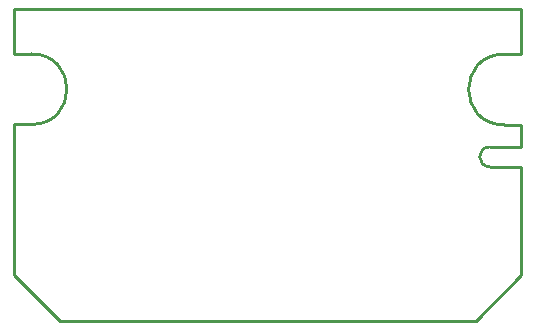
<source format=gm1>
G04*
G04 #@! TF.GenerationSoftware,Altium Limited,Altium Designer,24.3.1 (35)*
G04*
G04 Layer_Color=16711935*
%FSLAX25Y25*%
%MOIN*%
G70*
G04*
G04 #@! TF.SameCoordinates,05016666-B24C-4A64-9E70-BB7523662D9D*
G04*
G04*
G04 #@! TF.FilePolarity,Positive*
G04*
G01*
G75*
%ADD11C,0.01000*%
D11*
X5808Y65417D02*
G03*
X5808Y88928I0J11755D01*
G01*
X163244Y88825D02*
G03*
X163244Y65314I0J-11755D01*
G01*
X158489Y57944D02*
G03*
X158489Y51329I0J-3307D01*
G01*
X58Y65417D02*
X78Y15162D01*
X58Y65417D02*
X5808D01*
X25Y88928D02*
X5808Y88928D01*
X25Y88928D02*
Y103802D01*
X169018D01*
Y88825D02*
Y103802D01*
X163244Y88825D02*
X169018D01*
X163244Y65314D02*
X169028D01*
Y57944D02*
Y65314D01*
X158489Y57944D02*
X169028D01*
X158489Y51329D02*
X169072D01*
Y15273D02*
Y51329D01*
X153869Y25D02*
X169072Y15273D01*
X15260Y25D02*
X153869D01*
X78Y15162D02*
X15260Y25D01*
M02*

</source>
